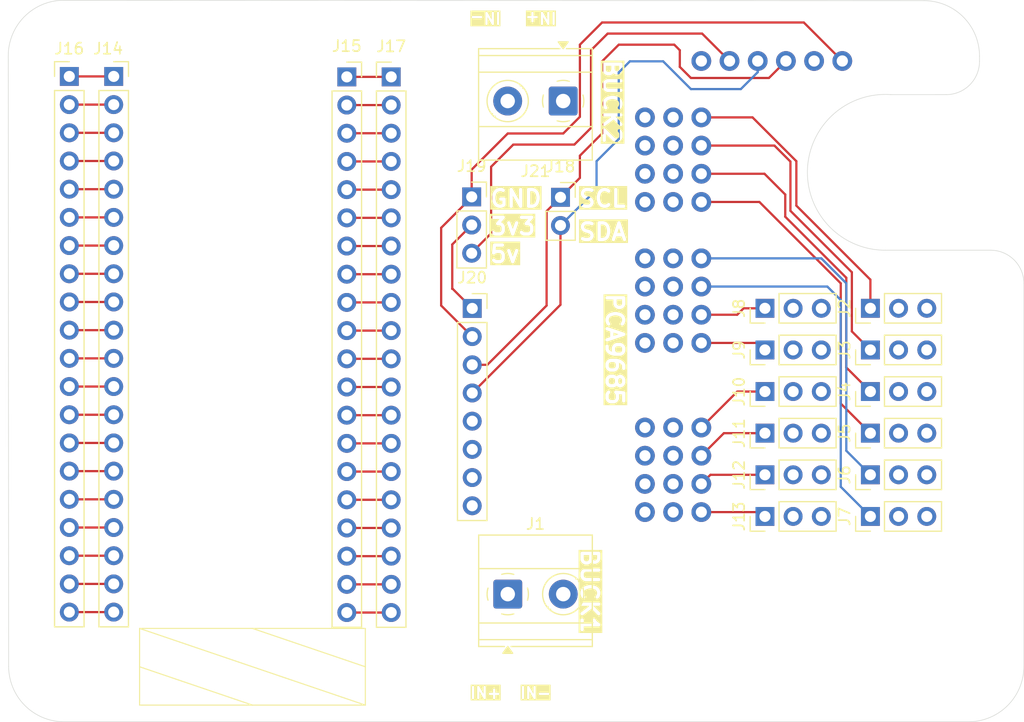
<source format=kicad_pcb>
(kicad_pcb (version 20241229) (generator "pcbnew") (generator_version "9.0")
  (layers (0 "F.Cu" signal) (4 "In1.Cu" signal) (6 "In2.Cu" signal) (2 "B.Cu" signal) (13 "F.Paste" user) (15 "B.Paste" user) (5 "F.SilkS" user "F.Silkscreen") (7 "B.SilkS" user "B.Silkscreen") (1 "F.Mask" user) (3 "B.Mask" user) (25 "Edge.Cuts" user))
  (net 0 "")
  (net 1 "/S1-GND")
  (net 2 "/S1-PWR")
  (net 3 "/PWM-0")
  (net 4 "/PWM-1")
  (net 5 "/PWM-2")
  (net 6 "/PWM-3")
  (net 7 "/PWM-4")
  (net 8 "/PWM-5")
  (net 9 "/PWM-6")
  (net 10 "/S2-PWR")
  (net 11 "/S2-GND")
  (net 12 "/PWM-7")
  (net 13 "/PWM-8")
  (net 14 "/PWM-9")
  (net 15 "/PWM-10")
  (net 16 "/PWM-11")
  (net 17 "/ESP-32Pin")
  (net 18 "/Global SDA")
  (net 19 "/Global SCL")
  (net 20 "/ESP32-5v")
  (net 21 "/ESP32-GND")
  (net 22 "/ESP32-3v3")
  (footprint "Connector_PinHeader_2.54mm:PinHeader_1x03_P2.54mm_Vertical" (layer "F.Cu") (at 146.17 88 90)
    (property "Reference" "J9" (at 0 -2.33 90) (layer "F.SilkS"))
    (property "Value" "Conn_01x03_MountingPin")
    (pad "1" thru_hole rect (at 0 0 90) (size 1.7 1.7) (drill 1) (layers "*.Cu" "*.Mask") (net 12 "/PWM-7"))
    (pad "2" thru_hole oval (at 0 2.54 90) (size 1.7 1.7) (drill 1) (layers "*.Cu" "*.Mask") (net 10 "/S2-PWR"))
    (pad "3" thru_hole oval (at 0 5.08 90) (size 1.7 1.7) (drill 1) (layers "*.Cu" "*.Mask") (net 11 "/S2-GND"))
  )
  (footprint "Connector_PinSocket_2.54mm:PinSocket_1x20_P2.54mm_Vertical" (layer "F.Cu") (at 87.5 63.36)
    (property "Reference" "J14" (at -0.5 -2.5 0) (layer "F.SilkS"))
    (property "Value" "Conn_01x20_Socket")
    (pad "1" thru_hole rect (at 0 0) (size 1.7 1.7) (drill 1) (layers "*.Cu" "*.Mask") (net 17 "/ESP-32Pin"))
    (pad "2" thru_hole oval (at 0 2.54) (size 1.7 1.7) (drill 1) (layers "*.Cu" "*.Mask") (net 17 "/ESP-32Pin"))
    (pad "3" thru_hole oval (at 0 5.08) (size 1.7 1.7) (drill 1) (layers "*.Cu" "*.Mask") (net 17 "/ESP-32Pin"))
    (pad "4" thru_hole oval (at 0 7.62) (size 1.7 1.7) (drill 1) (layers "*.Cu" "*.Mask") (net 17 "/ESP-32Pin"))
    (pad "5" thru_hole oval (at 0 10.16) (size 1.7 1.7) (drill 1) (layers "*.Cu" "*.Mask") (net 17 "/ESP-32Pin"))
    (pad "6" thru_hole oval (at 0 12.7) (size 1.7 1.7) (drill 1) (layers "*.Cu" "*.Mask") (net 17 "/ESP-32Pin"))
    (pad "7" thru_hole oval (at 0 15.24) (size 1.7 1.7) (drill 1) (layers "*.Cu" "*.Mask") (net 17 "/ESP-32Pin"))
    (pad "8" thru_hole oval (at 0 17.78) (size 1.7 1.7) (drill 1) (layers "*.Cu" "*.Mask") (net 17 "/ESP-32Pin"))
    (pad "9" thru_hole oval (at 0 20.32) (size 1.7 1.7) (drill 1) (layers "*.Cu" "*.Mask") (net 17 "/ESP-32Pin"))
    (pad "10" thru_hole oval (at 0 22.86) (size 1.7 1.7) (drill 1) (layers "*.Cu" "*.Mask") (net 17 "/ESP-32Pin"))
    (pad "11" thru_hole oval (at 0 25.4) (size 1.7 1.7) (drill 1) (layers "*.Cu" "*.Mask") (net 17 "/ESP-32Pin"))
    (pad "12" thru_hole oval (at 0 27.94) (size 1.7 1.7) (drill 1) (layers "*.Cu" "*.Mask") (net 17 "/ESP-32Pin"))
    (pad "13" thru_hole oval (at 0 30.48) (size 1.7 1.7) (drill 1) (layers "*.Cu" "*.Mask") (net 17 "/ESP-32Pin"))
    (pad "14" thru_hole oval (at 0 33.02) (size 1.7 1.7) (drill 1) (layers "*.Cu" "*.Mask") (net 17 "/ESP-32Pin"))
    (pad "15" thru_hole oval (at 0 35.56) (size 1.7 1.7) (drill 1) (layers "*.Cu" "*.Mask") (net 17 "/ESP-32Pin"))
    (pad "16" thru_hole oval (at 0 38.1) (size 1.7 1.7) (drill 1) (layers "*.Cu" "*.Mask") (net 17 "/ESP-32Pin"))
    (pad "17" thru_hole oval (at 0 40.64) (size 1.7 1.7) (drill 1) (layers "*.Cu" "*.Mask") (net 17 "/ESP-32Pin"))
    (pad "18" thru_hole oval (at 0 43.18) (size 1.7 1.7) (drill 1) (layers "*.Cu" "*.Mask") (net 17 "/ESP-32Pin"))
    (pad "19" thru_hole oval (at 0 45.72) (size 1.7 1.7) (drill 1) (layers "*.Cu" "*.Mask") (net 17 "/ESP-32Pin"))
    (pad "20" thru_hole oval (at 0 48.26) (size 1.7 1.7) (drill 1) (layers "*.Cu" "*.Mask") (net 17 "/ESP-32Pin"))
  )
  (footprint "Connector_PinHeader_2.54mm:PinHeader_1x03_P2.54mm_Vertical" (layer "F.Cu") (at 155.67 99.25 90)
    (property "Reference" "J6" (at 0 -2.33 90) (layer "F.SilkS"))
    (property "Value" "Conn_01x03_MountingPin")
    (pad "1" thru_hole rect (at 0 0 90) (size 1.7 1.7) (drill 1) (layers "*.Cu" "*.Mask") (net 7 "/PWM-4"))
    (pad "2" thru_hole oval (at 0 2.54 90) (size 1.7 1.7) (drill 1) (layers "*.Cu" "*.Mask") (net 2 "/S1-PWR"))
    (pad "3" thru_hole oval (at 0 5.08 90) (size 1.7 1.7) (drill 1) (layers "*.Cu" "*.Mask") (net 1 "/S1-GND"))
  )
  (footprint "Connector_PinSocket_2.54mm:PinSocket_1x02_P2.54mm_Vertical" (layer "F.Cu") (at 127.75 74.25)
    (property "Reference" "J18" (at 0 -2.77 0) (layer "F.SilkS"))
    (property "Value" "Conn_01x02_Pin")
    (pad "1" thru_hole rect (at 0 0) (size 1.7 1.7) (drill 1) (layers "*.Cu" "*.Mask") (net 19 "/Global SCL"))
    (pad "2" thru_hole oval (at 0 2.54) (size 1.7 1.7) (drill 1) (layers "*.Cu" "*.Mask") (net 18 "/Global SDA"))
  )
  (footprint "TerminalBlock_Phoenix:TerminalBlock_Phoenix_MKDS-1,5-2_1x02_P5.00mm_Horizontal" (layer "F.Cu") (at 127.993453 65.5775 180)
    (property "Reference" "J21" (at 2.5 -6.32 0) (layer "F.SilkS"))
    (property "Value" "Screw_Terminal_01x02")
    (pad "1" thru_hole roundrect (at 0 0 180) (size 2.6 2.6) (drill 1.3) (layers "*.Cu" "*.Mask") (roundrect_rratio 0.096154) (net 10 "/S2-PWR"))
    (pad "2" thru_hole circle (at 5 0 180) (size 2.6 2.6) (drill 1.3) (layers "*.Cu" "*.Mask") (net 11 "/S2-GND"))
  )
  (footprint "Connector_PinHeader_2.54mm:PinHeader_1x03_P2.54mm_Vertical" (layer "F.Cu") (at 155.67 91.75 90)
    (property "Reference" "J4" (at 0 -2.33 90) (layer "F.SilkS"))
    (property "Value" "Conn_01x03_MountingPin")
    (pad "1" thru_hole rect (at 0 0 90) (size 1.7 1.7) (drill 1) (layers "*.Cu" "*.Mask") (net 5 "/PWM-2"))
    (pad "2" thru_hole oval (at 0 2.54 90) (size 1.7 1.7) (drill 1) (layers "*.Cu" "*.Mask") (net 2 "/S1-PWR"))
    (pad "3" thru_hole oval (at 0 5.08 90) (size 1.7 1.7) (drill 1) (layers "*.Cu" "*.Mask") (net 1 "/S1-GND"))
  )
  (footprint "Connector_PinHeader_2.54mm:PinHeader_1x20_P2.54mm_Vertical" (layer "F.Cu") (at 112.5 63.4)
    (property "Reference" "J17" (at 0 -2.75 0) (layer "F.SilkS"))
    (property "Value" "Conn_01x20_Pin")
    (pad "1" thru_hole rect (at 0 0) (size 1.7 1.7) (drill 1) (layers "*.Cu" "*.Mask") (net 17 "/ESP-32Pin"))
    (pad "2" thru_hole oval (at 0 2.54) (size 1.7 1.7) (drill 1) (layers "*.Cu" "*.Mask") (net 17 "/ESP-32Pin"))
    (pad "3" thru_hole oval (at 0 5.08) (size 1.7 1.7) (drill 1) (layers "*.Cu" "*.Mask") (net 17 "/ESP-32Pin"))
    (pad "4" thru_hole oval (at 0 7.62) (size 1.7 1.7) (drill 1) (layers "*.Cu" "*.Mask") (net 17 "/ESP-32Pin"))
    (pad "5" thru_hole oval (at 0 10.16) (size 1.7 1.7) (drill 1) (layers "*.Cu" "*.Mask") (net 17 "/ESP-32Pin"))
    (pad "6" thru_hole oval (at 0 12.7) (size 1.7 1.7) (drill 1) (layers "*.Cu" "*.Mask") (net 17 "/ESP-32Pin"))
    (pad "7" thru_hole oval (at 0 15.24) (size 1.7 1.7) (drill 1) (layers "*.Cu" "*.Mask") (net 17 "/ESP-32Pin"))
    (pad "8" thru_hole oval (at 0 17.78) (size 1.7 1.7) (drill 1) (layers "*.Cu" "*.Mask") (net 17 "/ESP-32Pin"))
    (pad "9" thru_hole oval (at 0 20.32) (size 1.7 1.7) (drill 1) (layers "*.Cu" "*.Mask") (net 17 "/ESP-32Pin"))
    (pad "10" thru_hole oval (at 0 22.86) (size 1.7 1.7) (drill 1) (layers "*.Cu" "*.Mask") (net 17 "/ESP-32Pin"))
    (pad "11" thru_hole oval (at 0 25.4) (size 1.7 1.7) (drill 1) (layers "*.Cu" "*.Mask") (net 17 "/ESP-32Pin"))
    (pad "12" thru_hole oval (at 0 27.94) (size 1.7 1.7) (drill 1) (layers "*.Cu" "*.Mask") (net 17 "/ESP-32Pin"))
    (pad "13" thru_hole oval (at 0 30.48) (size 1.7 1.7) (drill 1) (layers "*.Cu" "*.Mask") (net 17 "/ESP-32Pin"))
    (pad "14" thru_hole oval (at 0 33.02) (size 1.7 1.7) (drill 1) (layers "*.Cu" "*.Mask") (net 17 "/ESP-32Pin"))
    (pad "15" thru_hole oval (at 0 35.56) (size 1.7 1.7) (drill 1) (layers "*.Cu" "*.Mask") (net 17 "/ESP-32Pin"))
    (pad "16" thru_hole oval (at 0 38.1) (size 1.7 1.7) (drill 1) (layers "*.Cu" "*.Mask") (net 17 "/ESP-32Pin"))
    (pad "17" thru_hole oval (at 0 40.64) (size 1.7 1.7) (drill 1) (layers "*.Cu" "*.Mask") (net 17 "/ESP-32Pin"))
    (pad "18" thru_hole oval (at 0 43.18) (size 1.7 1.7) (drill 1) (layers "*.Cu" "*.Mask") (net 17 "/ESP-32Pin"))
    (pad "19" thru_hole oval (at 0 45.72) (size 1.7 1.7) (drill 1) (layers "*.Cu" "*.Mask") (net 17 "/ESP-32Pin"))
    (pad "20" thru_hole oval (at 0 48.26) (size 1.7 1.7) (drill 1) (layers "*.Cu" "*.Mask") (net 17 "/ESP-32Pin"))
  )
  (footprint "Connector_PinHeader_2.54mm:PinHeader_1x03_P2.54mm_Vertical" (layer "F.Cu") (at 146.17 103 90)
    (property "Reference" "J13" (at 0 -2.33 90) (layer "F.SilkS"))
    (property "Value" "Conn_01x03_MountingPin")
    (pad "1" thru_hole rect (at 0 0 90) (size 1.7 1.7) (drill 1) (layers "*.Cu" "*.Mask") (net 16 "/PWM-11"))
    (pad "2" thru_hole oval (at 0 2.54 90) (size 1.7 1.7) (drill 1) (layers "*.Cu" "*.Mask") (net 10 "/S2-PWR"))
    (pad "3" thru_hole oval (at 0 5.08 90) (size 1.7 1.7) (drill 1) (layers "*.Cu" "*.Mask") (net 11 "/S2-GND"))
  )
  (footprint "Connector_PinHeader_2.54mm:PinHeader_1x03_P2.54mm_Vertical" (layer "F.Cu") (at 155.67 88 90)
    (property "Reference" "J3" (at 0 -2.33 90) (layer "F.SilkS"))
    (property "Value" "Conn_01x03_MountingPin")
    (pad "1" thru_hole rect (at 0 0 90) (size 1.7 1.7) (drill 1) (layers "*.Cu" "*.Mask") (net 4 "/PWM-1"))
    (pad "2" thru_hole oval (at 0 2.54 90) (size 1.7 1.7) (drill 1) (layers "*.Cu" "*.Mask") (net 2 "/S1-PWR"))
    (pad "3" thru_hole oval (at 0 5.08 90) (size 1.7 1.7) (drill 1) (layers "*.Cu" "*.Mask") (net 1 "/S1-GND"))
  )
  (footprint "Connector_PinSocket_2.54mm:PinSocket_1x20_P2.54mm_Vertical" (layer "F.Cu") (at 108.5 63.4)
    (property "Reference" "J15" (at 0 -2.77 0) (layer "F.SilkS"))
    (property "Value" "Conn_01x20_Socket")
    (pad "1" thru_hole rect (at 0 0) (size 1.7 1.7) (drill 1) (layers "*.Cu" "*.Mask") (net 17 "/ESP-32Pin"))
    (pad "2" thru_hole oval (at 0 2.54) (size 1.7 1.7) (drill 1) (layers "*.Cu" "*.Mask") (net 17 "/ESP-32Pin"))
    (pad "3" thru_hole oval (at 0 5.08) (size 1.7 1.7) (drill 1) (layers "*.Cu" "*.Mask") (net 17 "/ESP-32Pin"))
    (pad "4" thru_hole oval (at 0 7.62) (size 1.7 1.7) (drill 1) (layers "*.Cu" "*.Mask") (net 17 "/ESP-32Pin"))
    (pad "5" thru_hole oval (at 0 10.16) (size 1.7 1.7) (drill 1) (layers "*.Cu" "*.Mask") (net 17 "/ESP-32Pin"))
    (pad "6" thru_hole oval (at 0 12.7) (size 1.7 1.7) (drill 1) (layers "*.Cu" "*.Mask") (net 17 "/ESP-32Pin"))
    (pad "7" thru_hole oval (at 0 15.24) (size 1.7 1.7) (drill 1) (layers "*.Cu" "*.Mask") (net 17 "/ESP-32Pin"))
    (pad "8" thru_hole oval (at 0 17.78) (size 1.7 1.7) (drill 1) (layers "*.Cu" "*.Mask") (net 17 "/ESP-32Pin"))
    (pad "9" thru_hole oval (at 0 20.32) (size 1.7 1.7) (drill 1) (layers "*.Cu" "*.Mask") (net 17 "/ESP-32Pin"))
    (pad "10" thru_hole oval (at 0 22.86) (size 1.7 1.7) (drill 1) (layers "*.Cu" "*.Mask") (net 17 "/ESP-32Pin"))
    (pad "11" thru_hole oval (at 0 25.4) (size 1.7 1.7) (drill 1) (layers "*.Cu" "*.Mask") (net 17 "/ESP-32Pin"))
    (pad "12" thru_hole oval (at 0 27.94) (size 1.7 1.7) (drill 1) (layers "*.Cu" "*.Mask") (net 17 "/ESP-32Pin"))
    (pad "13" thru_hole oval (at 0 30.48) (size 1.7 1.7) (drill 1) (layers "*.Cu" "*.Mask") (net 17 "/ESP-32Pin"))
    (pad "14" thru_hole oval (at 0 33.02) (size 1.7 1.7) (drill 1) (layers "*.Cu" "*.Mask") (net 17 "/ESP-32Pin"))
    (pad "15" thru_hole oval (at 0 35.56) (size 1.7 1.7) (drill 1) (layers "*.Cu" "*.Mask") (net 17 "/ESP-32Pin"))
    (pad "16" thru_hole oval (at 0 38.1) (size 1.7 1.7) (drill 1) (layers "*.Cu" "*.Mask") (net 17 "/ESP-32Pin"))
    (pad "17" thru_hole oval (at 0 40.64) (size 1.7 1.7) (drill 1) (layers "*.Cu" "*.Mask") (net 17 "/ESP-32Pin"))
    (pad "18" thru_hole oval (at 0 43.18) (size 1.7 1.7) (drill 1) (layers "*.Cu" "*.Mask") (net 17 "/ESP-32Pin"))
    (pad "19" thru_hole oval (at 0 45.72) (size 1.7 1.7) (drill 1) (layers "*.Cu" "*.Mask") (net 17 "/ESP-32Pin"))
    (pad "20" thru_hole oval (at 0 48.26) (size 1.7 1.7) (drill 1) (layers "*.Cu" "*.Mask") (net 17 "/ESP-32Pin"))
  )
  (footprint "Connector_PinHeader_2.54mm:PinHeader_1x03_P2.54mm_Vertical" (layer "F.Cu") (at 146.17 95.5 90)
    (property "Reference" "J11" (at 0 -2.33 90) (layer "F.SilkS"))
    (property "Value" "Conn_01x03_MountingPin")
    (pad "1" thru_hole rect (at 0 0 90) (size 1.7 1.7) (drill 1) (layers "*.Cu" "*.Mask") (net 14 "/PWM-9"))
    (pad "2" thru_hole oval (at 0 2.54 90) (size 1.7 1.7) (drill 1) (layers "*.Cu" "*.Mask") (net 10 "/S2-PWR"))
    (pad "3" thru_hole oval (at 0 5.08 90) (size 1.7 1.7) (drill 1) (layers "*.Cu" "*.Mask") (net 11 "/S2-GND"))
  )
  (footprint "TerminalBlock_Phoenix:TerminalBlock_Phoenix_MKDS-1,5-2_1x02_P5.00mm_Horizontal" (layer "F.Cu") (at 123 110)
    (property "Reference" "J1" (at 2.5 -6.32 0) (layer "F.SilkS"))
    (property "Value" "Screw_Terminal_01x02")
    (pad "1" thru_hole roundrect (at 0 0) (size 2.6 2.6) (drill 1.3) (layers "*.Cu" "*.Mask") (roundrect_rratio 0.096154) (net 2 "/S1-PWR"))
    (pad "2" thru_hole circle (at 5 0) (size 2.6 2.6) (drill 1.3) (layers "*.Cu" "*.Mask") (net 1 "/S1-GND"))
  )
  (footprint "Connector_PinHeader_2.54mm:PinHeader_1x20_P2.54mm_Vertical" (layer "F.Cu") (at 83.5 63.36)
    (property "Reference" "J16" (at 0 -2.5 0) (layer "F.SilkS"))
    (property "Value" "Conn_01x20_Pin")
    (pad "1" thru_hole rect (at 0 0) (size 1.7 1.7) (drill 1) (layers "*.Cu" "*.Mask") (net 17 "/ESP-32Pin"))
    (pad "2" thru_hole oval (at 0 2.54) (size 1.7 1.7) (drill 1) (layers "*.Cu" "*.Mask") (net 17 "/ESP-32Pin"))
    (pad "3" thru_hole oval (at 0 5.08) (size 1.7 1.7) (drill 1) (layers "*.Cu" "*.Mask") (net 17 "/ESP-32Pin"))
    (pad "4" thru_hole oval (at 0 7.62) (size 1.7 1.7) (drill 1) (layers "*.Cu" "*.Mask") (net 17 "/ESP-32Pin"))
    (pad "5" thru_hole oval (at 0 10.16) (size 1.7 1.7) (drill 1) (layers "*.Cu" "*.Mask") (net 17 "/ESP-32Pin"))
    (pad "6" thru_hole oval (at 0 12.7) (size 1.7 1.7) (drill 1) (layers "*.Cu" "*.Mask") (net 17 "/ESP-32Pin"))
    (pad "7" thru_hole oval (at 0 15.24) (size 1.7 1.7) (drill 1) (layers "*.Cu" "*.Mask") (net 17 "/ESP-32Pin"))
    (pad "8" thru_hole oval (at 0 17.78) (size 1.7 1.7) (drill 1) (layers "*.Cu" "*.Mask") (net 17 "/ESP-32Pin"))
    (pad "9" thru_hole oval (at 0 20.32) (size 1.7 1.7) (drill 1) (layers "*.Cu" "*.Mask") (net 17 "/ESP-32Pin"))
    (pad "10" thru_hole oval (at 0 22.86) (size 1.7 1.7) (drill 1) (layers "*.Cu" "*.Mask") (net 17 "/ESP-32Pin"))
    (pad "11" thru_hole oval (at 0 25.4) (size 1.7 1.7) (drill 1) (layers "*.Cu" "*.Mask") (net 17 "/ESP-32Pin"))
    (pad "12" thru_hole oval (at 0 27.94) (size 1.7 1.7) (drill 1) (layers "*.Cu" "*.Mask") (net 17 "/ESP-32Pin"))
    (pad "13" thru_hole oval (at 0 30.48) (size 1.7 1.7) (drill 1) (layers "*.Cu" "*.Mask") (net 17 "/ESP-32Pin"))
    (pad "14" thru_hole oval (at 0 33.02) (size 1.7 1.7) (drill 1) (layers "*.Cu" "*.Mask") (net 17 "/ESP-32Pin"))
    (pad "15" thru_hole oval (at 0 35.56) (size 1.7 1.7) (drill 1) (layers "*.Cu" "*.Mask") (net 17 "/ESP-32Pin"))
    (pad "16" thru_hole oval (at 0 38.1) (size 1.7 1.7) (drill 1) (layers "*.Cu" "*.Mask") (net 17 "/ESP-32Pin"))
    (pad "17" thru_hole oval (at 0 40.64) (size 1.7 1.7) (drill 1) (layers "*.Cu" "*.Mask") (net 17 "/ESP-32Pin"))
    (pad "18" thru_hole oval (at 0 43.18) (size 1.7 1.7) (drill 1) (layers "*.Cu" "*.Mask") (net 17 "/ESP-32Pin"))
    (pad "19" thru_hole oval (at 0 45.72) (size 1.7 1.7) (drill 1) (layers "*.Cu" "*.Mask") (net 17 "/ESP-32Pin"))
    (pad "20" thru_hole oval (at 0 48.26) (size 1.7 1.7) (drill 1) (layers "*.Cu" "*.Mask") (net 17 "/ESP-32Pin"))
  )
  (footprint "Connector_PinHeader_2.54mm:PinHeader_1x03_P2.54mm_Vertical" (layer "F.Cu") (at 146.17 84.25 90)
    (property "Reference" "J8" (at 0 -2.33 90) (layer "F.SilkS"))
    (property "Value" "Conn_01x03_MountingPin")
    (pad "1" thru_hole rect (at 0 0 90) (size 1.7 1.7) (drill 1) (layers "*.Cu" "*.Mask") (net 9 "/PWM-6"))
    (pad "2" thru_hole oval (at 0 2.54 90) (size 1.7 1.7) (drill 1) (layers "*.Cu" "*.Mask") (net 10 "/S2-PWR"))
    (pad "3" thru_hole oval (at 0 5.08 90) (size 1.7 1.7) (drill 1) (layers "*.Cu" "*.Mask") (net 11 "/S2-GND"))
  )
  (footprint "Connector_PinHeader_2.54mm:PinHeader_1x03_P2.54mm_Vertical" (layer "F.Cu") (at 155.67 95.5 90)
    (property "Reference" "J5" (at 0 -2.33 90) (layer "F.SilkS"))
    (property "Value" "Conn_01x03_MountingPin")
    (pad "1" thru_hole rect (at 0 0 90) (size 1.7 1.7) (drill 1) (layers "*.Cu" "*.Mask") (net 6 "/PWM-3"))
    (pad "2" thru_hole oval (at 0 2.54 90) (size 1.7 1.7) (drill 1) (layers "*.Cu" "*.Mask") (net 2 "/S1-PWR"))
    (pad "3" thru_hole oval (at 0 5.08 90) (size 1.7 1.7) (drill 1) (layers "*.Cu" "*.Mask") (net 1 "/S1-GND"))
  )
  (footprint "Connector_PinHeader_2.54mm:PinHeader_1x03_P2.54mm_Vertical" (layer "F.Cu") (at 146.17 91.75 90)
    (property "Reference" "J10" (at 0 -2.33 90) (layer "F.SilkS"))
    (property "Value" "Conn_01x03_MountingPin")
    (pad "1" thru_hole rect (at 0 0 90) (size 1.7 1.7) (drill 1) (layers "*.Cu" "*.Mask") (net 13 "/PWM-8"))
    (pad "2" thru_hole oval (at 0 2.54 90) (size 1.7 1.7) (drill 1) (layers "*.Cu" "*.Mask") (net 10 "/S2-PWR"))
    (pad "3" thru_hole oval (at 0 5.08 90) (size 1.7 1.7) (drill 1) (layers "*.Cu" "*.Mask") (net 11 "/S2-GND"))
  )
  (footprint "Connector_PinSocket_2.54mm:PinSocket_1x08_P2.54mm_Vertical" (layer "F.Cu") (at 119.8 84.26)
    (property "Reference" "J20" (at 0 -2.77 0) (layer "F.SilkS"))
    (property "Value" "Conn_01x08_Pin")
    (pad "1" thru_hole rect (at 0 0) (size 1.7 1.7) (drill 1) (layers "*.Cu" "*.Mask") (net 22 "/ESP32-3v3"))
    (pad "2" thru_hole oval (at 0 2.54) (size 1.7 1.7) (drill 1) (layers "*.Cu" "*.Mask") (net 21 "/ESP32-GND"))
    (pad "3" thru_hole oval (at 0 5.08) (size 1.7 1.7) (drill 1) (layers "*.Cu" "*.Mask") (net 19 "/Global SCL"))
    (pad "4" thru_hole oval (at 0 7.62) (size 1.7 1.7) (drill 1) (layers "*.Cu" "*.Mask") (net 18 "/Global SDA"))
    (pad "5" thru_hole oval (at 0 10.16) (size 1.7 1.7) (drill 1) (layers "*.Cu" "*.Mask"))
    (pad "6" thru_hole oval (at 0 12.7) (size 1.7 1.7) (drill 1) (layers "*.Cu" "*.Mask"))
    (pad "7" thru_hole oval (at 0 15.24) (size 1.7 1.7) (drill 1) (layers "*.Cu" "*.Mask"))
    (pad "8" thru_hole oval (at 0 17.78) (size 1.7 1.7) (drill 1) (layers "*.Cu" "*.Mask"))
  )
  (footprint "Connector_PinHeader_2.54mm:PinHeader_1x03_P2.54mm_Vertical" (layer "F.Cu") (at 146.17 99.25 90)
    (property "Reference" "J12" (at 0 -2.33 90) (layer "F.SilkS"))
    (property "Value" "Conn_01x03_MountingPin")
    (pad "1" thru_hole rect (at 0 0 90) (size 1.7 1.7) (drill 1) (layers "*.Cu" "*.Mask") (net 15 "/PWM-10"))
    (pad "2" thru_hole oval (at 0 2.54 90) (size 1.7 1.7) (drill 1) (layers "*.Cu" "*.Mask") (net 10 "/S2-PWR"))
    (pad "3" thru_hole oval (at 0 5.08 90) (size 1.7 1.7) (drill 1) (layers "*.Cu" "*.Mask") (net 11 "/S2-GND"))
  )
  (footprint "Connector_PinSocket_2.54mm:PinSocket_1x03_P2.54mm_Vertical" (layer "F.Cu") (at 119.75 74.21)
    (property "Reference" "J19" (at 0 -2.77 0) (layer "F.SilkS"))
    (property "Value" "Conn_01x03_Pin")
    (pad "1" thru_hole rect (at 0 0) (size 1.7 1.7) (drill 1) (layers "*.Cu" "*.Mask") (net 21 "/ESP32-GND"))
    (pad "2" thru_hole oval (at 0 2.54) (size 1.7 1.7) (drill 1) (layers "*.Cu" "*.Mask") (net 22 "/ESP32-3v3"))
    (pad "3" thru_hole oval (at 0 5.08) (size 1.7 1.7) (drill 1) (layers "*.Cu" "*.Mask") (net 20 "/ESP32-5v"))
  )
  (footprint "Connector_PinHeader_2.54mm:PinHeader_1x03_P2.54mm_Vertical" (layer "F.Cu") (at 155.67 103 90)
    (property "Reference" "J7" (at 0 -2.33 90) (layer "F.SilkS"))
    (property "Value" "Conn_01x03_MountingPin")
    (pad "1" thru_hole rect (at 0 0 90) (size 1.7 1.7) (drill 1) (layers "*.Cu" "*.Mask") (net 8 "/PWM-5"))
    (pad "2" thru_hole oval (at 0 2.54 90) (size 1.7 1.7) (drill 1) (layers "*.Cu" "*.Mask") (net 2 "/S1-PWR"))
    (pad "3" thru_hole oval (at 0 5.08 90) (size 1.7 1.7) (drill 1) (layers "*.Cu" "*.Mask") (net 1 "/S1-GND"))
  )
  (footprint "spotmicro:MODULE_815" (layer "F.Cu") (at 146.663 91.18 -90)
    (property "Reference" "U2" (hide yes))
    (property "Value" "PCA9685" (hide yes))
    (pad "0" thru_hole circle (at -24.13 6.223 270) (size 1.778 1.778) (drill 1) (layers "*.Cu" "*.Mask") (net 3 "/PWM-0"))
    (pad "1" thru_hole circle (at -21.59 6.223 270) (size 1.778 1.778) (drill 1) (layers "*.Cu" "*.Mask") (net 4 "/PWM-1"))
    (pad "2" thru_hole circle (at -19.05 6.223 270) (size 1.778 1.778) (drill 1) (layers "*.Cu" "*.Mask") (net 5 "/PWM-2"))
    (pad "3" thru_hole circle (at -16.51 6.223 270) (size 1.778 1.778) (drill 1) (layers "*.Cu" "*.Mask") (net 6 "/PWM-3"))
    (pad "4" thru_hole circle (at -11.43 6.223 270) (size 1.778 1.778) (drill 1) (layers "*.Cu" "*.Mask") (net 7 "/PWM-4"))
    (pad "5" thru_hole circle (at -8.89 6.223 270) (size 1.778 1.778) (drill 1) (layers "*.Cu" "*.Mask") (net 8 "/PWM-5"))
    (pad "6" thru_hole circle (at -6.35 6.223 270) (size 1.778 1.778) (drill 1) (layers "*.Cu" "*.Mask") (net 9 "/PWM-6"))
    (pad "7" thru_hole circle (at -3.81 6.223 270) (size 1.778 1.778) (drill 1) (layers "*.Cu" "*.Mask") (net 12 "/PWM-7"))
    (pad "8" thru_hole circle (at 3.81 6.223 270) (size 1.778 1.778) (drill 1) (layers "*.Cu" "*.Mask") (net 13 "/PWM-8"))
    (pad "9" thru_hole circle (at 6.35 6.223 270) (size 1.778 1.778) (drill 1) (layers "*.Cu" "*.Mask") (net 14 "/PWM-9"))
    (pad "10" thru_hole circle (at 8.89 6.223 270) (size 1.778 1.778) (drill 1) (layers "*.Cu" "*.Mask") (net 15 "/PWM-10"))
    (pad "11" thru_hole circle (at 11.43 6.223 270) (size 1.778 1.778) (drill 1) (layers "*.Cu" "*.Mask") (net 16 "/PWM-11"))
    (pad "GND_1" thru_hole circle (at -29.21 -6.477 270) (size 1.778 1.778) (drill 1.016) (layers "*.Cu" "*.Mask") (net 21 "/ESP32-GND"))
    (pad "GND_3" thru_hole circle (at -24.13 11.303 270) (size 1.778 1.778) (drill 1) (layers "*.Cu" "*.Mask"))
    (pad "GND_4" thru_hole circle (at -21.59 11.303 270) (size 1.778 1.778) (drill 1) (layers "*.Cu" "*.Mask"))
    (pad "GND_5" thru_hole circle (at -19.05 11.303 270) (size 1.778 1.778) (drill 1) (layers "*.Cu" "*.Mask"))
    (pad "GND_6" thru_hole circle (at -16.51 11.303 270) (size 1.778 1.778) (drill 1) (layers "*.Cu" "*.Mask"))
    (pad "GND_7" thru_hole circle (at -11.43 11.303 270) (size 1.778 1.778) (drill 1) (layers "*.Cu" "*.Mask"))
    (pad "GND_8" thru_hole circle (at -8.89 11.303 270) (size 1.778 1.778) (drill 1) (layers "*.Cu" "*.Mask"))
    (pad "GND_9" thru_hole circle (at -6.35 11.303 270) (size 1.778 1.778) (drill 1) (layers "*.Cu" "*.Mask"))
    (pad "GND_10" thru_hole circle (at -3.81 11.303 270) (size 1.778 1.778) (drill 1) (layers "*.Cu" "*.Mask"))
    (pad "GND_11" thru_hole circle (at 3.81 11.303 270) (size 1.778 1.778) (drill 1) (layers "*.Cu" "*.Mask"))
    (pad "GND_12" thru_hole circle (at 6.35 11.303 270) (size 1.778 1.778) (drill 1) (layers "*.Cu" "*.Mask"))
    (pad "GND_13" thru_hole circle (at 8.89 11.303 270) (size 1.778 1.778) (drill 1) (layers "*.Cu" "*.Mask"))
    (pad "GND_14" thru_hole circle (at 11.43 11.303 270) (size 1.778 1.778) (drill 1) (layers "*.Cu" "*.Mask"))
    (pad "OE_1" thru_hole circle (at -29.21 -3.937 270) (size 1.778 1.778) (drill 1.016) (layers "*.Cu" "*.Mask"))
    (pad "SCL_1" thru_hole circle (at -29.21 -1.397 270) (size 1.778 1.778) (drill 1.016) (layers "*.Cu" "*.Mask") (net 19 "/Global SCL"))
    (pad "SDA_1" thru_hole circle (at -29.21 1.143 270) (size 1.778 1.778) (drill 1.016) (layers "*.Cu" "*.Mask") (net 18 "/Global SDA"))
    (pad "V+_1" thru_hole circle (at -29.21 6.223 270) (size 1.778 1.778) (drill 1.016) (layers "*.Cu" "*.Mask"))
    (pad "V+_3" thru_hole circle (at -24.13 8.763 270) (size 1.778 1.778) (drill 1) (layers "*.Cu" "*.Mask"))
    (pad "V+_4" thru_hole circle (at -21.59 8.763 270) (size 1.778 1.778) (drill 1) (layers "*.Cu" "*.Mask"))
    (pad "V+_5" thru_hole circle (at -19.05 8.763 270) (size 1.778 1.778) (drill 1) (layers "*.Cu" "*.Mask"))
    (pad "V+_6" thru_hole circle (at -16.51 8.763 270) (size 1.778 1.778) (drill 1) (layers "*.Cu" "*.Mask"))
    (pad "V+_7" thru_hole circle (at -11.43 8.763 270) (size 1.778 1.778) (drill 1) (layers "*.Cu" "*.Mask"))
    (pad "V+_8" thru_hole circle (at -8.89 8.763 270) (size 1.778 1.778) (drill 1) (layers "*.Cu" "*.Mask"))
    (pad "V+_9" thru_hole circle (at -6.35 8.763 270) (size 1.778 1.778) (drill 1) (layers "*.Cu" "*.Mask"))
    (pad "V+_10" thru_hole circle (at -3.81 8.763 270) (size 1.778 1.778) (drill 1) (layers "*.Cu" "*.Mask"))
    (pad "V+_11" thru_hole circle (at 3.81 8.763 270) (size 1.778 1.778) (drill 1) (layers "*.Cu" "*.Mask"))
    (pad "V+_12" thru_hole circle (at 6.35 8.763 270) (size 1.778 1.778) (drill 1) (layers "*.Cu" "*.Mask"))
    (pad "V+_13" thru_hole circle (at 8.89 8.763 270) (size 1.778 1.778) (drill 1) (layers "*.Cu" "*.Mask"))
    (pad "V+_14" thru_hole circle (at 11.43 8.763 270) (size 1.778 1.778) (drill 1) (layers "*.Cu" "*.Mask"))
    (pad "VCC_1" thru_hole circle (at -29.21 3.683 270) (size 1.778 1.778) (drill 1.016) (layers "*.Cu" "*.Mask") (net 20 "/ESP32-5v"))
  )
  (footprint "Connector_PinHeader_2.54mm:PinHeader_1x03_P2.54mm_Vertical" (layer "F.Cu") (at 155.67 84.25 90)
    (property "Reference" "J2" (at 0 -2.33 90) (layer "F.SilkS"))
    (property "Value" "Conn_01x03_MountingPin")
    (pad "1" thru_hole rect (at 0 0 90) (size 1.7 1.7) (drill 1) (layers "*.Cu" "*.Mask") (net 3 "/PWM-0"))
    (pad "2" thru_hole oval (at 0 2.54 90) (size 1.7 1.7) (drill 1) (layers "*.Cu" "*.Mask") (net 2 "/S1-PWR"))
    (pad "3" thru_hole oval (at 0 5.08 90) (size 1.7 1.7) (drill 1) (layers "*.Cu" "*.Mask") (net 1 "/S1-GND"))
  )
  (gr_line (start 89.83 113.09) (end 110.17 120) (stroke (width 0.1)) (layer "F.SilkS"))
  (gr_line (start 100 113.09) (end 110.17 116.545) (stroke (width 0.1)) (layer "F.SilkS"))
  (gr_line (start 89.83 116.545) (end 100 120) (stroke (width 0.1)) (layer "F.SilkS"))
  (gr_rect (start 89.83 113.09) (end 110.17 120) (stroke (width 0.1)) (fill no) (layer "F.SilkS"))
  (gr_arc (start 83.035534 121.5) (mid 79.5 120.035534) (end 78.035534 116.5) (stroke (width 0.05)) (layer "Edge.Cuts"))
  (gr_line (start 157.013374 79.017993) (end 166.5 79.017831) (stroke (width 0.05)) (layer "Edge.Cuts"))
  (gr_line (start 165.499995 61.535534) (end 165.5 62) (stroke (width 0.05)) (layer "Edge.Cuts"))
  (gr_arc (start 157.013374 79.017993) (mid 150 71.75) (end 157.513374 65.000159) (stroke (width 0.05)) (layer "Edge.Cuts"))
  (gr_line (start 83.035534 121.5) (end 164.5 121.5) (stroke (width 0.05)) (layer "Edge.Cuts"))
  (gr_line (start 157.513374 65.000162) (end 162.5 65) (stroke (width 0.05)) (layer "Edge.Cuts"))
  (gr_line (start 169.5 82.017831) (end 169.5 116.5) (stroke (width 0.05)) (layer "Edge.Cuts"))
  (gr_arc (start 165.5 62) (mid 164.62132 64.12132) (end 162.5 65) (stroke (width 0.05)) (layer "Edge.Cuts"))
  (gr_line (start 78 61.5) (end 78.035534 116.5) (stroke (width 0.05)) (layer "Edge.Cuts"))
  (gr_arc (start 78 61.5) (mid 79.464466 57.964466) (end 83 56.5) (stroke (width 0.05)) (layer "Edge.Cuts"))
  (gr_line (start 160.499995 56.535534) (end 83 56.5) (stroke (width 0.05)) (layer "Edge.Cuts"))
  (gr_arc (start 160.499995 56.535534) (mid 164.035529 58) (end 165.499995 61.535534) (stroke (width 0.05)) (layer "Edge.Cuts"))
  (gr_arc (start 166.5 79.017831) (mid 168.62132 79.896511) (end 169.5 82.017831) (stroke (width 0.05)) (layer "Edge.Cuts"))
  (gr_arc (start 169.5 116.5) (mid 168.035534 120.035534) (end 164.5 121.5) (stroke (width 0.05)) (layer "Edge.Cuts"))
  (gr_text "SDA" (at 129.25 78.25 0) (layer "F.SilkS" knockout) (effects (font (size 1.5 1.5) (thickness 0.3) (bold yes)) (justify left bottom)))
  (gr_text "PCA9685" (at 131.75 82.75 270) (layer "F.SilkS" knockout) (effects (font (size 1.5 1.5) (thickness 0.3) (bold yes)) (justify left bottom)))
  (gr_text "IN+" (at 119.5 119.5 0) (layer "F.SilkS" knockout) (effects (font (size 1 1) (thickness 0.2) (bold yes)) (justify left bottom)))
  (gr_text "GND" (at 121.25 75.25 0) (layer "F.SilkS" knockout) (effects (font (size 1.5 1.5) (thickness 0.3) (bold yes)) (justify left bottom)))
  (gr_text "SCL" (at 129.25 75.25 0) (layer "F.SilkS" knockout) (effects (font (size 1.5 1.5) (thickness 0.3) (bold yes)) (justify left bottom)))
  (gr_text "IN-" (at 124 119.5 0) (layer "F.SilkS" knockout) (effects (font (size 1 1) (thickness 0.2) (bold yes)) (justify left bottom)))
  (gr_text "BUCK2" (at 131.493453 61.7 270) (layer "F.SilkS" knockout) (effects (font (size 1.5 1.5) (thickness 0.3) (bold yes)) (justify left bottom)))
  (gr_text "IN+" (at 127.5 57.5 180) (layer "F.SilkS" knockout) (effects (font (size 1 1) (thickness 0.2) (bold yes)) (justify left bottom)))
  (gr_text "5v" (at 121.25 80.25 0) (layer "F.SilkS" knockout) (effects (font (size 1.5 1.5) (thickness 0.3) (bold yes)) (justify left bottom)))
  (gr_text "3v3" (at 121.25 77.75 0) (layer "F.SilkS" knockout) (effects (font (size 1.5 1.5) (thickness 0.3) (bold yes)) (justify left bottom)))
  (gr_text "BUCK1" (at 129.5 105.7775 270) (layer "F.SilkS" knockout) (effects (font (size 1.5 1.5) (thickness 0.3) (bold yes)) (justify left bottom)))
  (gr_text "IN-" (at 122.5 57.5 180) (layer "F.SilkS" knockout) (effects (font (size 1 1) (thickness 0.2) (bold yes)) (justify left bottom)))
  (segment (start 149 71) (end 149 75) (width 0.2) (layer "F.Cu") (net 3))
  (segment (start 145.05 67.05) (end 149 71) (width 0.2) (layer "F.Cu") (net 3))
  (segment (start 149 75) (end 155.67 81.67) (width 0.2) (layer "F.Cu") (net 3))
  (segment (start 140.44 67.05) (end 145.05 67.05) (width 0.2) (layer "F.Cu") (net 3))
  (segment (start 155.67 81.67) (end 155.67 84.25) (width 0.2) (layer "F.Cu") (net 3))
  (segment (start 148.467157 71.032843) (end 148.467157 75.467157) (width 0.2) (layer "F.Cu") (net 4))
  (segment (start 148.467157 75.467157) (end 154 81) (width 0.2) (layer "F.Cu") (net 4))
  (segment (start 154 86.33) (end 155.67 88) (width 0.2) (layer "F.Cu") (net 4))
  (segment (start 147.024314 69.59) (end 148.467157 71.032843) (width 0.2) (layer "F.Cu") (net 4))
  (segment (start 154 81) (end 154 86.33) (width 0.2) (layer "F.Cu") (net 4))
  (segment (start 140.44 69.59) (end 147.024314 69.59) (width 0.2) (layer "F.Cu") (net 4))
  (segment (start 155.67 91.75) (end 153.5 89.58) (width 0.2) (layer "F.Cu") (net 5))
  (segment (start 153.5 89.58) (end 153.5 81.5) (width 0.2) (layer "F.Cu") (net 5))
  (segment (start 148 74) (end 146.13 72.13) (width 0.2) (layer "F.Cu") (net 5))
  (segment (start 146.13 72.13) (end 140.44 72.13) (width 0.2) (layer "F.Cu") (net 5))
  (segment (start 148 76) (end 148 74) (width 0.2) (layer "F.Cu") (net 5))
  (segment (start 153.5 81.5) (end 148 76) (width 0.2) (layer "F.Cu") (net 5))
  (segment (start 153 92.83) (end 155.67 95.5) (width 0.2) (layer "F.Cu") (net 6))
  (segment (start 145.67 74.67) (end 153 82) (width 0.2) (layer "F.Cu") (net 6))
  (segment (start 140.44 74.67) (end 145.67 74.67) (width 0.2) (layer "F.Cu") (net 6))
  (segment (start 153 82) (end 153 92.83) (width 0.2) (layer "F.Cu") (net 6))
  (segment (start 140.44 79.75) (end 151.25 79.75) (width 0.2) (layer "B.Cu") (net 7))
  (segment (start 151.25 79.75) (end 153.5 82) (width 0.2) (layer "B.Cu") (net 7))
  (segment (start 153.5 82) (end 153.5 97.08) (width 0.2) (layer "B.Cu") (net 7))
  (segment (start 153.5 97.08) (end 155.67 99.25) (width 0.2) (layer "B.Cu") (net 7))
  (segment (start 153 83.5) (end 153 100.33) (width 0.2) (layer "B.Cu") (net 8))
  (segment (start 151.79 82.29) (end 153 83.5) (width 0.2) (layer "B.Cu") (net 8))
  (segment (start 153 100.33) (end 155.67 103) (width 0.2) (layer "B.Cu") (net 8))
  (segment (start 140.44 82.29) (end 151.79 82.29) (width 0.2) (layer "B.Cu") (net 8))
  (segment (start 143.67 84.83) (end 144.25 84.25) (width 0.2) (layer "F.Cu") (net 9))
  (segment (start 140.44 84.83) (end 143.67 84.83) (width 0.2) (layer "F.Cu") (net 9))
  (segment (start 144.25 84.25) (end 146.17 84.25) (width 0.2) (layer "F.Cu") (net 9))
  (segment (start 145.54 87.37) (end 146.17 88) (width 0.2) (layer "F.Cu") (net 12))
  (segment (start 140.44 87.37) (end 145.54 87.37) (width 0.2) (layer "F.Cu") (net 12))
  (segment (start 143.68 91.75) (end 146.17 91.75) (width 0.2) (layer "F.Cu") (net 13))
  (segment (start 140.44 94.99) (end 143.68 91.75) (width 0.2) (layer "F.Cu") (net 13))
  (segment (start 142.47 95.5) (end 146.17 95.5) (width 0.2) (layer "F.Cu") (net 14))
  (segment (start 140.44 97.53) (end 142.47 95.5) (width 0.2) (layer "F.Cu") (net 14))
  (segment (start 140.44 100.07) (end 141.26 99.25) (width 0.2) (layer "F.Cu") (net 15))
  (segment (start 141.26 99.25) (end 146.17 99.25) (width 0.2) (layer "F.Cu") (net 15))
  (segment (start 145.78 102.61) (end 146.17 103) (width 0.2) (layer "F.Cu") (net 16))
  (segment (start 140.44 102.61) (end 145.78 102.61) (width 0.2) (layer "F.Cu") (net 16))
  (segment (start 87.5 88.76) (end 83.5 88.76) (width 0.2) (layer "F.Cu") (net 17))
  (segment (start 112.5 68.48) (end 108.5 68.48) (width 0.2) (layer "F.Cu") (net 17))
  (segment (start 87.5 98.92) (end 83.5 98.92) (width 0.2) (layer "F.Cu") (net 17))
  (segment (start 108.5 83.72) (end 112.5 83.72) (width 0.2) (layer "F.Cu") (net 17))
  (segment (start 83.5 73.52) (end 87.5 73.52) (width 0.2) (layer "F.Cu") (net 17))
  (segment (start 112.5 101.5) (end 108.5 101.5) (width 0.2) (layer "F.Cu") (net 17))
  (segment (start 112.5 96.42) (end 108.5 96.42) (width 0.2) (layer "F.Cu") (net 17))
  (segment (start 112.5 76.1) (end 108.5 76.1) (width 0.2) (layer "F.Cu") (net 17))
  (segment (start 87.5 65.9) (end 83.5 65.9) (width 0.2) (layer "F.Cu") (net 17))
  (segment (start 83.5 93.84) (end 87.5 93.84) (width 0.2) (layer "F.Cu") (net 17))
  (segment (start 108.5 98.96) (end 112.5 98.96) (width 0.2) (layer "F.Cu") (net 17))
  (segment (start 83.5 101.46) (end 87.5 101.46) (width 0.2) (layer "F.Cu") (net 17))
  (segment (start 112.5 81.18) (end 108.5 81.18) (width 0.2) (layer "F.Cu") (net 17))
  (segment (start 108.5 71.02) (end 112.5 71.02) (width 0.2) (layer "F.Cu") (net 17))
  (segment (start 112.5 104.04) (end 108.5 104.04) (width 0.2) (layer "F.Cu") (net 17))
  (segment (start 112.5 86.26) (end 108.5 86.26) (width 0.2) (layer "F.Cu") (net 17))
  (segment (start 112.5 106.58) (end 108.5 106.58) (width 0.2) (layer "F.Cu") (net 17))
  (segment (start 108.5 93.88) (end 112.5 93.88) (width 0.2) (layer "F.Cu") (net 17))
  (segment (start 87.5 106.54) (end 83.5 106.54) (width 0.2) (layer "F.Cu") (net 17))
  (segment (start 108.5 88.8) (end 112.5 88.8) (width 0.2) (layer "F.Cu") (net 17))
  (segment (start 112.5 91.34) (end 108.5 91.34) (width 0.2) (layer "F.Cu") (net 17))
  (segment (start 112.5 111.66) (end 108.5 111.66) (width 0.2) (layer "F.Cu") (net 17))
  (segment (start 87.5 111.62) (end 83.5 111.62) (width 0.2) (layer "F.Cu") (net 17))
  (segment (start 87.5 91.3) (end 83.5 91.3) (width 0.2) (layer "F.Cu") (net 17))
  (segment (start 108.5 73.56) (end 112.5 73.56) (width 0.2) (layer "F.Cu") (net 17))
  (segment (start 87.5 76.06) (end 83.5 76.06) (width 0.2) (layer "F.Cu") (net 17))
  (segment (start 108.5 109.12) (end 112.5 109.12) (width 0.2) (layer "F.Cu") (net 17))
  (segment (start 83.5 78.6) (end 87.5 78.6) (width 0.2) (layer "F.Cu") (net 17))
  (segment (start 87.5 104) (end 83.5 104) (width 0.2) (layer "F.Cu") (net 17))
  (segment (start 83.5 63.36) (end 87.5 63.36) (width 0.2) (layer "F.Cu") (net 17))
  (segment (start 87.5 96.38) (end 83.5 96.38) (width 0.2) (layer "F.Cu") (net 17))
  (segment (start 108.5 78.64) (end 112.5 78.64) (width 0.2) (layer "F.Cu") (net 17))
  (segment (start 87.5 70.98) (end 83.5 70.98) (width 0.2) (layer "F.Cu") (net 17))
  (segment (start 83.5 68.44) (end 87.5 68.44) (width 0.2) (layer "F.Cu") (net 17))
  (segment (start 83.5 86.22) (end 87.5 86.22) (width 0.2) (layer "F.Cu") (net 17))
  (segment (start 83.5 109.08) (end 87.5 109.08) (width 0.2) (layer "F.Cu") (net 17))
  (segment (start 87.5 81.14) (end 83.5 81.14) (width 0.2) (layer "F.Cu") (net 17))
  (segment (start 87.5 83.68) (end 83.5 83.68) (width 0.2) (layer "F.Cu") (net 17))
  (segment (start 108.5 65.94) (end 112.5 65.94) (width 0.2) (layer "F.Cu") (net 17))
  (segment (start 108.5 63.4) (end 112.5 63.4) (width 0.2) (layer "F.Cu") (net 17))
  (segment (start 127.75 83.93) (end 119.8 91.88) (width 0.2) (layer "F.Cu") (net 18))
  (segment (start 127.75 76.79) (end 127.75 83.93) (width 0.2) (layer "F.Cu") (net 18))
  (segment (start 133 63) (end 134 62) (width 0.2) (layer "B.Cu") (net 18))
  (segment (start 144 64.5) (end 145.52 62.98) (width 0.2) (layer "B.Cu") (net 18))
  (segment (start 127.75 76.79) (end 131 73.54) (width 0.2) (layer "B.Cu") (net 18))
  (segment (start 137 62) (end 139.5 64.5) (width 0.2) (layer "B.Cu") (net 18))
  (segment (start 145.52 62.98) (end 145.52 61.97) (width 0.2) (layer "B.Cu") (net 18))
  (segment (start 131 71) (end 133 69) (width 0.2) (layer "B.Cu") (net 18))
  (segment (start 139.5 64.5) (end 144 64.5) (width 0.2) (layer "B.Cu") (net 18))
  (segment (start 133 69) (end 133 63) (width 0.2) (layer "B.Cu") (net 18))
  (segment (start 134 62) (end 137 62) (width 0.2) (layer "B.Cu") (net 18))
  (segment (start 131 73.54) (end 131 71) (width 0.2) (layer "B.Cu") (net 18))
  (segment (start 129.5 70.5) (end 131.5 68.5) (width 0.2) (layer "F.Cu") (net 19))
  (segment (start 129.5 72.5) (end 129.5 70.5) (width 0.2) (layer "F.Cu") (net 19))
  (segment (start 146.53 63.5) (end 148.06 61.97) (width 0.2) (layer "F.Cu") (net 19))
  (segment (start 133 60.5) (end 138 60.5) (width 0.2) (layer "F.Cu") (net 19))
  (segment (start 139.5 63.5) (end 146.53 63.5) (width 0.2) (layer "F.Cu") (net 19))
  (segment (start 138.5 61) (end 138.5 62.5) (width 0.2) (layer "F.Cu") (net 19))
  (segment (start 131.5 62) (end 133 60.5) (width 0.2) (layer "F.Cu") (net 19))
  (segment (start 138 60.5) (end 138.5 61) (width 0.2) (layer "F.Cu") (net 19))
  (segment (start 127.75 74.25) (end 126.5 75.5) (width 0.2) (layer "F.Cu") (net 19))
  (segment (start 126.5 84) (end 121.16 89.34) (width 0.2) (layer "F.Cu") (net 19))
  (segment (start 121.16 89.34) (end 119.8 89.34) (width 0.2) (layer "F.Cu") (net 19))
  (segment (start 131.5 68.5) (end 131.5 62) (width 0.2) (layer "F.Cu") (net 19))
  (segment (start 126.5 75.5) (end 126.5 84) (width 0.2) (layer "F.Cu") (net 19))
  (segment (start 127.75 74.25) (end 129.5 72.5) (width 0.2) (layer "F.Cu") (net 19))
  (segment (start 138.5 62.5) (end 139.5 63.5) (width 0.2) (layer "F.Cu") (net 19))
  (segment (start 129 69.5) (end 130.5 68) (width 0.2) (layer "F.Cu") (net 20))
  (segment (start 130.5 68) (end 130.5 61) (width 0.2) (layer "F.Cu") (net 20))
  (segment (start 130.5 61) (end 132 59.5) (width 0.2) (layer "F.Cu") (net 20))
  (segment (start 119.75 79.25) (end 121.5 77.5) (width 0.2) (layer "F.Cu") (net 20))
  (segment (start 121.5 71.5) (end 123.5 69.5) (width 0.2) (layer "F.Cu") (net 20))
  (segment (start 119.75 79.29) (end 119.75 79.25) (width 0.2) (layer "F.Cu") (net 20))
  (segment (start 123.5 69.5) (end 129 69.5) (width 0.2) (layer "F.Cu") (net 20))
  (segment (start 140.51 59.5) (end 142.98 61.97) (width 0.2) (layer "F.Cu") (net 20))
  (segment (start 121.5 77.5) (end 121.5 71.5) (width 0.2) (layer "F.Cu") (net 20))
  (segment (start 132 59.5) (end 140.51 59.5) (width 0.2) (layer "F.Cu") (net 20))
  (segment (start 119.75 71.75) (end 123 68.5) (width 0.2) (layer "F.Cu") (net 21))
  (segment (start 123 68.5) (end 128 68.5) (width 0.2) (layer "F.Cu") (net 21))
  (segment (start 129.5 60.5) (end 131.5 58.5) (width 0.2) (layer "F.Cu") (net 21))
  (segment (start 119.75 74.21) (end 119.75 74.25) (width 0.2) (layer "F.Cu") (net 21))
  (segment (start 119.75 74.21) (end 119.75 71.75) (width 0.2) (layer "F.Cu") (net 21))
  (segment (start 149.67 58.5) (end 153.14 61.97) (width 0.2) (layer "F.Cu") (net 21))
  (segment (start 119.75 74.25) (end 117 77) (width 0.2) (layer "F.Cu") (net 21))
  (segment (start 128 68.5) (end 129.5 67) (width 0.2) (layer "F.Cu") (net 21))
  (segment (start 129.5 67) (end 129.5 60.5) (width 0.2) (layer "F.Cu") (net 21))
  (segment (start 117 77) (end 117 84) (width 0.2) (layer "F.Cu") (net 21))
  (segment (start 117 84) (end 119.8 86.8) (width 0.2) (layer "F.Cu") (net 21))
  (segment (start 131.5 58.5) (end 149.67 58.5) (width 0.2) (layer "F.Cu") (net 21))
  (segment (start 118.04 82.5) (end 119.8 84.26) (width 0.2) (layer "F.Cu") (net 22))
  (segment (start 119.75 76.75) (end 118 78.5) (width 0.2) (layer "F.Cu") (net 22))
  (segment (start 118 78.5) (end 118 82.5) (width 0.2) (layer "F.Cu") (net 22))
  (segment (start 118 82.5) (end 118.04 82.5) (width 0.2) (layer "F.Cu") (net 22))
)
</source>
